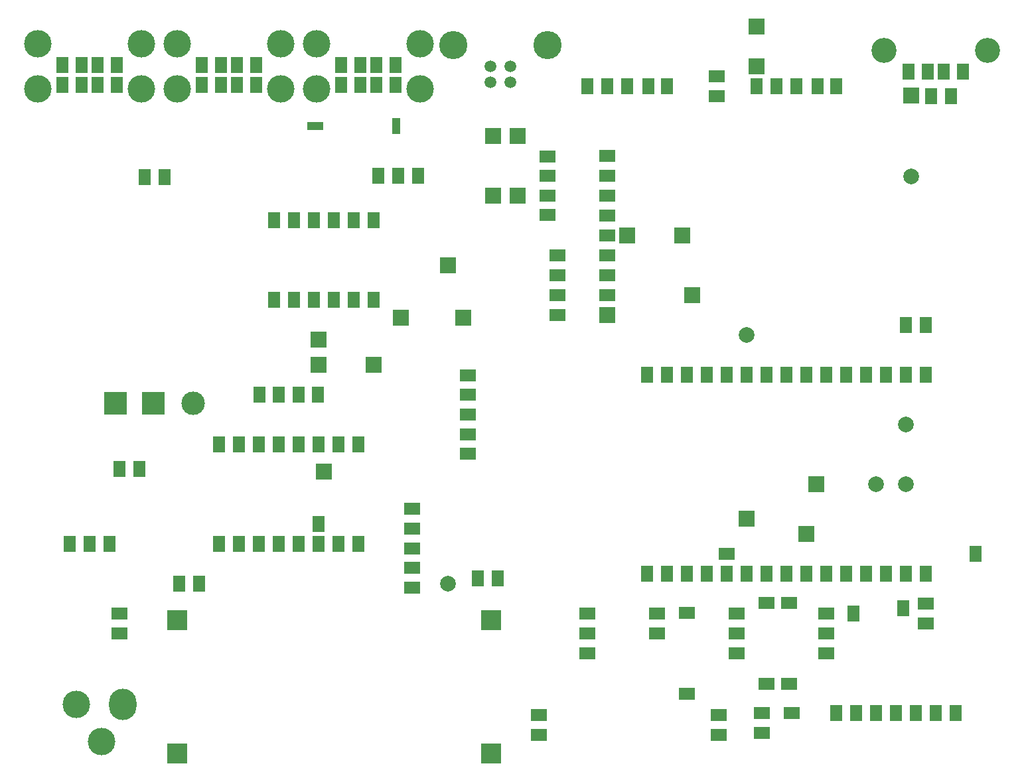
<source format=gtl>
G04 Layer: TopLayer*
G04 EasyEDA v6.5.47, 2024-11-16 13:31:00*
G04 4b74037932bb4b1ca174142373b6d15f,245894e16db242c49054a459ccc28e09,10*
G04 Gerber Generator version 0.2*
G04 Scale: 100 percent, Rotated: No, Reflected: No *
G04 Dimensions in millimeters *
G04 leading zeros omitted , absolute positions ,4 integer and 5 decimal *
%FSLAX45Y45*%
%MOMM*%

%ADD10R,1.5000X2.0000*%
%ADD11C,3.0000*%
%ADD12R,3.0000X3.0000*%
%ADD13R,2.0000X1.5000*%
%ADD14R,2.0000X2.0000*%
%ADD15C,2.0000*%
%ADD16R,2.0000X1.0000*%
%ADD17R,1.0000X2.0000*%
%ADD18C,1.5000*%
%ADD19C,3.6000*%
%ADD20C,3.2000*%
%ADD21O,3.4999930000000004X3.9999919999999998*%
%ADD22C,3.5000*%
%ADD23R,2.5400X2.5400*%
%ADD24R,0.0154X2.5400*%

%LPD*%
D10*
G01*
X1271981Y3810000D03*
G01*
X1521993Y3810000D03*
D11*
G01*
X2209800Y4648200D03*
D12*
G01*
X1701800Y4648200D03*
G01*
X1219200Y4648200D03*
D10*
G01*
X1841500Y7535494D03*
G01*
X1587500Y7535494D03*
G01*
X2033981Y2349500D03*
G01*
X2283993Y2349500D03*
G01*
X5843981Y2413000D03*
G01*
X6093993Y2413000D03*
D13*
G01*
X5000625Y2302002D03*
G01*
X5000625Y2551988D03*
G01*
X5000625Y2802001D03*
G01*
X5000625Y3052013D03*
G01*
X5000625Y3302000D03*
G01*
X9810750Y2102510D03*
G01*
X9810750Y1072489D03*
D10*
G01*
X11620500Y8572500D03*
G01*
X11874500Y8572500D03*
D14*
G01*
X11366500Y8579510D03*
D15*
G01*
X11366500Y7549489D03*
D13*
G01*
X9144000Y1464487D03*
G01*
X9144000Y1714500D03*
G01*
X9144000Y1964486D03*
D16*
G01*
X3771239Y8191500D03*
D17*
G01*
X4801260Y8191500D03*
D10*
G01*
X3238500Y6985000D03*
G01*
X3492500Y6985000D03*
G01*
X3746500Y6985000D03*
G01*
X4000500Y6985000D03*
G01*
X4254500Y6985000D03*
G01*
X4508500Y6985000D03*
G01*
X3238500Y5969000D03*
G01*
X3492500Y5969000D03*
G01*
X3746500Y5969000D03*
G01*
X4000500Y5969000D03*
G01*
X4254500Y5969000D03*
G01*
X4508500Y5969000D03*
D13*
G01*
X9461500Y698500D03*
G01*
X9461500Y444500D03*
G01*
X7493000Y7810500D03*
G01*
X7493000Y7556500D03*
G01*
X7493000Y7302500D03*
G01*
X7493000Y7048500D03*
G01*
X7493000Y6794500D03*
G01*
X7493000Y6540500D03*
G01*
X7493000Y6286500D03*
G01*
X7493000Y6032500D03*
G01*
X6858000Y5778500D03*
G01*
X6858000Y6032500D03*
G01*
X6858000Y6286500D03*
G01*
X6858000Y6540500D03*
D18*
G01*
X6252743Y8949740D03*
G01*
X6002756Y8949740D03*
G01*
X6002756Y8749741D03*
G01*
X6252743Y8749741D03*
D19*
G01*
X6729755Y9220733D03*
G01*
X5525744Y9220733D03*
D13*
G01*
X8890000Y8572500D03*
G01*
X8890000Y8826500D03*
G01*
X6617004Y676503D03*
G01*
X6617004Y422503D03*
G01*
X8917000Y676503D03*
G01*
X8917000Y422503D03*
G01*
X11557000Y2095500D03*
G01*
X11557000Y1841500D03*
D10*
G01*
X12034011Y8881440D03*
G01*
X11334013Y8881440D03*
G01*
X11783999Y8881440D03*
G01*
X11584000Y8881440D03*
D20*
G01*
X11027003Y9152559D03*
G01*
X12340996Y9152559D03*
D10*
G01*
X10414000Y8699500D03*
G01*
X10172700Y8699500D03*
G01*
X9906000Y8699500D03*
G01*
X9652000Y8699500D03*
G01*
X9398000Y8699500D03*
G01*
X8255000Y8699500D03*
G01*
X8013700Y8699500D03*
G01*
X7747000Y8699500D03*
G01*
X7493000Y8699500D03*
G01*
X7239000Y8699500D03*
D13*
G01*
X1270000Y1716481D03*
G01*
X1270000Y1966493D03*
D10*
G01*
X3804005Y4762500D03*
G01*
X3553993Y4762500D03*
G01*
X3304006Y4762500D03*
G01*
X3053994Y4762500D03*
D13*
G01*
X7239000Y1464487D03*
G01*
X7239000Y1714500D03*
G01*
X7239000Y1964486D03*
G01*
X8128000Y1716481D03*
G01*
X8128000Y1966493D03*
G01*
X8509000Y1975510D03*
G01*
X8509000Y945489D03*
D10*
G01*
X5076012Y7556500D03*
G01*
X4826000Y7556500D03*
G01*
X4576013Y7556500D03*
D13*
G01*
X9525000Y2102510D03*
G01*
X9525000Y1072489D03*
G01*
X10287000Y1464487D03*
G01*
X10287000Y1714500D03*
G01*
X10287000Y1964486D03*
D10*
G01*
X1139012Y2857500D03*
G01*
X889000Y2857500D03*
G01*
X639013Y2857500D03*
D21*
G01*
X1315999Y806500D03*
D22*
G01*
X1040993Y336499D03*
G01*
X716000Y806500D03*
D10*
G01*
X11938000Y698500D03*
G01*
X11684000Y698500D03*
G01*
X11430000Y698500D03*
G01*
X10414000Y698500D03*
G01*
X10668000Y698500D03*
G01*
X10922000Y698500D03*
G01*
X11176000Y698500D03*
D13*
G01*
X5715000Y4008501D03*
G01*
X5715000Y4258487D03*
G01*
X5715000Y4508500D03*
G01*
X5715000Y4758512D03*
G01*
X5715000Y5008498D03*
G01*
X6731000Y7804505D03*
G01*
X6731000Y7554493D03*
G01*
X6731000Y7304506D03*
G01*
X6731000Y7054494D03*
D10*
G01*
X1239037Y8716467D03*
G01*
X989025Y8716467D03*
G01*
X789025Y8716467D03*
G01*
X539038Y8716467D03*
G01*
X1239037Y8966479D03*
G01*
X989025Y8966479D03*
G01*
X789025Y8966479D03*
G01*
X539038Y8966479D03*
D22*
G01*
X232029Y9237471D03*
G01*
X232029Y8669477D03*
G01*
X1546021Y8669477D03*
G01*
X1546021Y9237471D03*
D10*
G01*
X3017037Y8716467D03*
G01*
X2767025Y8716467D03*
G01*
X2567025Y8716467D03*
G01*
X2317038Y8716467D03*
G01*
X3017037Y8966479D03*
G01*
X2767025Y8966479D03*
G01*
X2567025Y8966479D03*
G01*
X2317038Y8966479D03*
D22*
G01*
X2010029Y9237471D03*
G01*
X2010029Y8669477D03*
G01*
X3324021Y8669477D03*
G01*
X3324021Y9237471D03*
D10*
G01*
X4795037Y8716467D03*
G01*
X4545025Y8716467D03*
G01*
X4345025Y8716467D03*
G01*
X4095038Y8716467D03*
G01*
X4795037Y8966479D03*
G01*
X4545025Y8966479D03*
G01*
X4345025Y8966479D03*
G01*
X4095038Y8966479D03*
D22*
G01*
X3788029Y9237471D03*
G01*
X3788029Y8669477D03*
G01*
X5102021Y8669477D03*
G01*
X5102021Y9237471D03*
D10*
G01*
X11557000Y5651500D03*
G01*
X11303000Y5651500D03*
D15*
G01*
X10921009Y3619500D03*
D14*
G01*
X10161015Y3619500D03*
D10*
G01*
X8001000Y5016500D03*
G01*
X8255000Y5016500D03*
G01*
X8509000Y5016500D03*
G01*
X8763000Y5016500D03*
G01*
X9017000Y5016500D03*
G01*
X9271000Y5016500D03*
G01*
X9525000Y5016500D03*
G01*
X9779000Y5016500D03*
G01*
X10033000Y5016500D03*
G01*
X10287000Y5016500D03*
G01*
X10541000Y5016500D03*
G01*
X10795000Y5016500D03*
G01*
X11049000Y5016500D03*
G01*
X11303000Y5016500D03*
G01*
X11557000Y5016500D03*
G01*
X8001000Y2476500D03*
G01*
X8255000Y2476500D03*
G01*
X8509000Y2476500D03*
G01*
X8763000Y2476500D03*
G01*
X9017000Y2476500D03*
G01*
X9271000Y2476500D03*
G01*
X9525000Y2476500D03*
G01*
X9779000Y2476500D03*
G01*
X10033000Y2476500D03*
G01*
X10287000Y2476500D03*
G01*
X10541000Y2476500D03*
G01*
X10795000Y2476500D03*
G01*
X11049000Y2476500D03*
G01*
X11303000Y2476500D03*
G01*
X11557000Y2476500D03*
G01*
X3048025Y4127500D03*
G01*
X2794025Y4127500D03*
G01*
X2540025Y4127500D03*
G01*
X3302025Y4127500D03*
G01*
X3556025Y4127500D03*
G01*
X3810025Y4127500D03*
G01*
X4064025Y4127500D03*
G01*
X4318025Y4127500D03*
G01*
X4318025Y2857500D03*
G01*
X4064025Y2857500D03*
G01*
X3810025Y2857500D03*
G01*
X3556025Y2857500D03*
G01*
X3302025Y2857500D03*
G01*
X3048025Y2857500D03*
G01*
X2794025Y2857500D03*
G01*
X2540025Y2857500D03*
D15*
G01*
X11303000Y4381500D03*
D10*
G01*
X11271250Y2032000D03*
G01*
X10636250Y1968500D03*
D14*
G01*
X10033000Y2984500D03*
G01*
X9271000Y3175000D03*
G01*
X7747000Y6794500D03*
G01*
X8445500Y6794500D03*
D10*
G01*
X3810000Y3111500D03*
D14*
G01*
X3873500Y3778250D03*
G01*
X5651500Y5746750D03*
G01*
X4857750Y5746750D03*
D15*
G01*
X5461000Y2349500D03*
D14*
G01*
X5461000Y6413500D03*
G01*
X4508500Y5143500D03*
G01*
X3810000Y5143500D03*
D13*
G01*
X9017000Y2730500D03*
D10*
G01*
X12192000Y2730500D03*
D15*
G01*
X9271000Y5524500D03*
D14*
G01*
X3810000Y5461000D03*
G01*
X8572500Y6032500D03*
G01*
X7493000Y5778500D03*
G01*
X9398000Y9461500D03*
G01*
X9398000Y8953500D03*
G01*
X6350000Y7302500D03*
G01*
X6032500Y7302500D03*
G01*
X6032500Y8064500D03*
G01*
X6350000Y8064500D03*
D15*
G01*
X11303000Y3619500D03*
D23*
G01*
X2007006Y1882495D03*
G01*
X2007006Y182524D03*
G01*
X6006998Y182498D03*
G01*
X6006998Y1882495D03*
D13*
G01*
X9842500Y698500D03*
M02*

</source>
